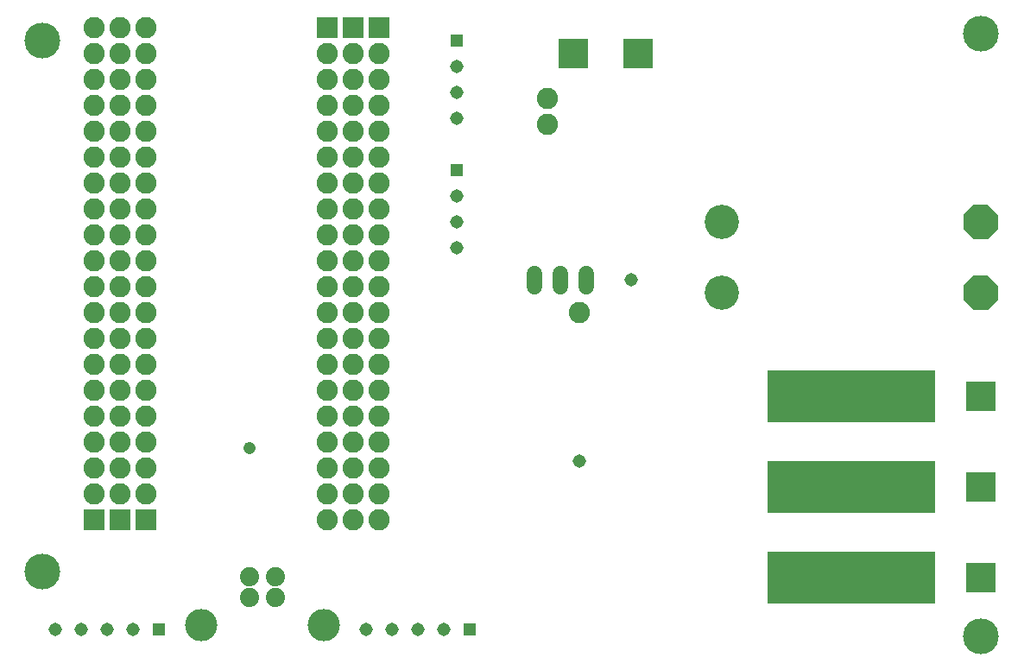
<source format=gbs>
G75*
%MOIN*%
%OFA0B0*%
%FSLAX25Y25*%
%IPPOS*%
%LPD*%
%AMOC8*
5,1,8,0,0,1.08239X$1,22.5*
%
%ADD10R,0.65000X0.20000*%
%ADD11R,0.11200X0.11200*%
%ADD12C,0.13200*%
%ADD13OC8,0.13200*%
%ADD14R,0.08200X0.08200*%
%ADD15C,0.08200*%
%ADD16R,0.05150X0.05150*%
%ADD17C,0.05150*%
%ADD18C,0.07400*%
%ADD19C,0.12500*%
%ADD20C,0.13800*%
%ADD21C,0.06000*%
%ADD22C,0.04756*%
D10*
X0353833Y0063750D03*
X0353833Y0098750D03*
X0353833Y0133750D03*
D11*
X0403833Y0133750D03*
X0403833Y0098750D03*
X0403833Y0063750D03*
X0271333Y0266250D03*
X0246333Y0266250D03*
D12*
X0303833Y0201250D03*
X0303833Y0173750D03*
D13*
X0403833Y0173750D03*
X0403833Y0201250D03*
D14*
X0171333Y0276250D03*
X0161333Y0276250D03*
X0151333Y0276250D03*
X0081333Y0086250D03*
X0071333Y0086250D03*
X0061333Y0086250D03*
D15*
X0061333Y0096250D03*
X0061333Y0106250D03*
X0071333Y0106250D03*
X0071333Y0096250D03*
X0081333Y0096250D03*
X0081333Y0106250D03*
X0081333Y0116250D03*
X0071333Y0116250D03*
X0061333Y0116250D03*
X0061333Y0126250D03*
X0061333Y0136250D03*
X0071333Y0136250D03*
X0071333Y0126250D03*
X0081333Y0126250D03*
X0081333Y0136250D03*
X0081333Y0146250D03*
X0071333Y0146250D03*
X0061333Y0146250D03*
X0061333Y0156250D03*
X0071333Y0156250D03*
X0081333Y0156250D03*
X0081333Y0166250D03*
X0071333Y0166250D03*
X0061333Y0166250D03*
X0061333Y0176250D03*
X0061333Y0186250D03*
X0071333Y0186250D03*
X0071333Y0176250D03*
X0081333Y0176250D03*
X0081333Y0186250D03*
X0081333Y0196250D03*
X0071333Y0196250D03*
X0061333Y0196250D03*
X0061333Y0206250D03*
X0071333Y0206250D03*
X0081333Y0206250D03*
X0081333Y0216250D03*
X0071333Y0216250D03*
X0061333Y0216250D03*
X0061333Y0226250D03*
X0071333Y0226250D03*
X0081333Y0226250D03*
X0081333Y0236250D03*
X0071333Y0236250D03*
X0061333Y0236250D03*
X0061333Y0246250D03*
X0061333Y0256250D03*
X0071333Y0256250D03*
X0071333Y0246250D03*
X0081333Y0246250D03*
X0081333Y0256250D03*
X0081333Y0266250D03*
X0071333Y0266250D03*
X0061333Y0266250D03*
X0061333Y0276250D03*
X0071333Y0276250D03*
X0081333Y0276250D03*
X0151333Y0266250D03*
X0161333Y0266250D03*
X0171333Y0266250D03*
X0171333Y0256250D03*
X0161333Y0256250D03*
X0151333Y0256250D03*
X0151333Y0246250D03*
X0151333Y0236250D03*
X0161333Y0236250D03*
X0161333Y0246250D03*
X0171333Y0246250D03*
X0171333Y0236250D03*
X0171333Y0226250D03*
X0161333Y0226250D03*
X0151333Y0226250D03*
X0151333Y0216250D03*
X0161333Y0216250D03*
X0171333Y0216250D03*
X0171333Y0206250D03*
X0161333Y0206250D03*
X0151333Y0206250D03*
X0151333Y0196250D03*
X0161333Y0196250D03*
X0171333Y0196250D03*
X0171333Y0186250D03*
X0161333Y0186250D03*
X0151333Y0186250D03*
X0151333Y0176250D03*
X0151333Y0166250D03*
X0161333Y0166250D03*
X0161333Y0176250D03*
X0171333Y0176250D03*
X0171333Y0166250D03*
X0171333Y0156250D03*
X0161333Y0156250D03*
X0151333Y0156250D03*
X0151333Y0146250D03*
X0161333Y0146250D03*
X0171333Y0146250D03*
X0171333Y0136250D03*
X0161333Y0136250D03*
X0151333Y0136250D03*
X0151333Y0126250D03*
X0151333Y0116250D03*
X0161333Y0116250D03*
X0161333Y0126250D03*
X0171333Y0126250D03*
X0171333Y0116250D03*
X0171333Y0106250D03*
X0161333Y0106250D03*
X0151333Y0106250D03*
X0151333Y0096250D03*
X0161333Y0096250D03*
X0171333Y0096250D03*
X0171333Y0086250D03*
X0161333Y0086250D03*
X0151333Y0086250D03*
X0248833Y0166250D03*
X0236333Y0238750D03*
X0236333Y0248750D03*
D16*
X0201333Y0271250D03*
X0201333Y0221250D03*
X0206333Y0043750D03*
X0086333Y0043750D03*
D17*
X0046333Y0043750D03*
X0056333Y0043750D03*
X0066333Y0043750D03*
X0076333Y0043750D03*
X0166333Y0043750D03*
X0176333Y0043750D03*
X0186333Y0043750D03*
X0196333Y0043750D03*
X0248833Y0108750D03*
X0268833Y0178750D03*
X0201333Y0191250D03*
X0201333Y0201250D03*
X0201333Y0211250D03*
X0201333Y0241250D03*
X0201333Y0251250D03*
X0201333Y0261250D03*
D18*
X0131255Y0064050D03*
X0131255Y0056250D03*
X0121412Y0056250D03*
X0121412Y0064050D03*
D19*
X0102633Y0045550D03*
X0150033Y0045550D03*
D20*
X0041333Y0066250D03*
X0041333Y0271250D03*
X0403833Y0273750D03*
X0403833Y0041250D03*
D21*
X0251333Y0176150D02*
X0251333Y0181350D01*
X0241333Y0181350D02*
X0241333Y0176150D01*
X0231333Y0176150D02*
X0231333Y0181350D01*
D22*
X0121333Y0113750D03*
M02*

</source>
